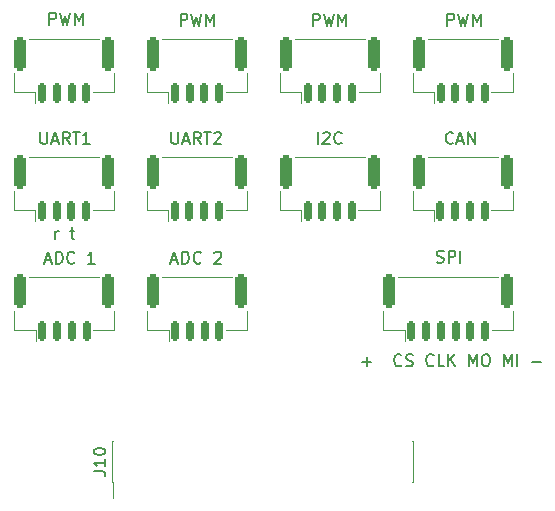
<source format=gbr>
%TF.GenerationSoftware,KiCad,Pcbnew,7.0.5*%
%TF.CreationDate,2023-06-16T02:28:43+08:00*%
%TF.ProjectId,io,696f2e6b-6963-4616-945f-706362585858,rev?*%
%TF.SameCoordinates,Original*%
%TF.FileFunction,Legend,Top*%
%TF.FilePolarity,Positive*%
%FSLAX46Y46*%
G04 Gerber Fmt 4.6, Leading zero omitted, Abs format (unit mm)*
G04 Created by KiCad (PCBNEW 7.0.5) date 2023-06-16 02:28:43*
%MOMM*%
%LPD*%
G01*
G04 APERTURE LIST*
G04 Aperture macros list*
%AMRoundRect*
0 Rectangle with rounded corners*
0 $1 Rounding radius*
0 $2 $3 $4 $5 $6 $7 $8 $9 X,Y pos of 4 corners*
0 Add a 4 corners polygon primitive as box body*
4,1,4,$2,$3,$4,$5,$6,$7,$8,$9,$2,$3,0*
0 Add four circle primitives for the rounded corners*
1,1,$1+$1,$2,$3*
1,1,$1+$1,$4,$5*
1,1,$1+$1,$6,$7*
1,1,$1+$1,$8,$9*
0 Add four rect primitives between the rounded corners*
20,1,$1+$1,$2,$3,$4,$5,0*
20,1,$1+$1,$4,$5,$6,$7,0*
20,1,$1+$1,$6,$7,$8,$9,0*
20,1,$1+$1,$8,$9,$2,$3,0*%
G04 Aperture macros list end*
%ADD10C,0.150000*%
%ADD11C,0.120000*%
%ADD12RoundRect,0.150000X-0.150000X-0.700000X0.150000X-0.700000X0.150000X0.700000X-0.150000X0.700000X0*%
%ADD13RoundRect,0.250000X-0.250000X-1.150000X0.250000X-1.150000X0.250000X1.150000X-0.250000X1.150000X0*%
%ADD14R,0.740000X2.400000*%
G04 APERTURE END LIST*
D10*
%TO.C,J9*%
X57317962Y-56167904D02*
X57794152Y-56167904D01*
X57222724Y-56453619D02*
X57556057Y-55453619D01*
X57556057Y-55453619D02*
X57889390Y-56453619D01*
X58222724Y-56453619D02*
X58222724Y-55453619D01*
X58222724Y-55453619D02*
X58460819Y-55453619D01*
X58460819Y-55453619D02*
X58603676Y-55501238D01*
X58603676Y-55501238D02*
X58698914Y-55596476D01*
X58698914Y-55596476D02*
X58746533Y-55691714D01*
X58746533Y-55691714D02*
X58794152Y-55882190D01*
X58794152Y-55882190D02*
X58794152Y-56025047D01*
X58794152Y-56025047D02*
X58746533Y-56215523D01*
X58746533Y-56215523D02*
X58698914Y-56310761D01*
X58698914Y-56310761D02*
X58603676Y-56406000D01*
X58603676Y-56406000D02*
X58460819Y-56453619D01*
X58460819Y-56453619D02*
X58222724Y-56453619D01*
X59794152Y-56358380D02*
X59746533Y-56406000D01*
X59746533Y-56406000D02*
X59603676Y-56453619D01*
X59603676Y-56453619D02*
X59508438Y-56453619D01*
X59508438Y-56453619D02*
X59365581Y-56406000D01*
X59365581Y-56406000D02*
X59270343Y-56310761D01*
X59270343Y-56310761D02*
X59222724Y-56215523D01*
X59222724Y-56215523D02*
X59175105Y-56025047D01*
X59175105Y-56025047D02*
X59175105Y-55882190D01*
X59175105Y-55882190D02*
X59222724Y-55691714D01*
X59222724Y-55691714D02*
X59270343Y-55596476D01*
X59270343Y-55596476D02*
X59365581Y-55501238D01*
X59365581Y-55501238D02*
X59508438Y-55453619D01*
X59508438Y-55453619D02*
X59603676Y-55453619D01*
X59603676Y-55453619D02*
X59746533Y-55501238D01*
X59746533Y-55501238D02*
X59794152Y-55548857D01*
X61508438Y-56453619D02*
X60937010Y-56453619D01*
X61222724Y-56453619D02*
X61222724Y-55453619D01*
X61222724Y-55453619D02*
X61127486Y-55596476D01*
X61127486Y-55596476D02*
X61032248Y-55691714D01*
X61032248Y-55691714D02*
X60937010Y-55739333D01*
%TO.C,J2*%
X57677638Y-36211419D02*
X57677638Y-35211419D01*
X57677638Y-35211419D02*
X58058590Y-35211419D01*
X58058590Y-35211419D02*
X58153828Y-35259038D01*
X58153828Y-35259038D02*
X58201447Y-35306657D01*
X58201447Y-35306657D02*
X58249066Y-35401895D01*
X58249066Y-35401895D02*
X58249066Y-35544752D01*
X58249066Y-35544752D02*
X58201447Y-35639990D01*
X58201447Y-35639990D02*
X58153828Y-35687609D01*
X58153828Y-35687609D02*
X58058590Y-35735228D01*
X58058590Y-35735228D02*
X57677638Y-35735228D01*
X58582400Y-35211419D02*
X58820495Y-36211419D01*
X58820495Y-36211419D02*
X59010971Y-35497133D01*
X59010971Y-35497133D02*
X59201447Y-36211419D01*
X59201447Y-36211419D02*
X59439543Y-35211419D01*
X59820495Y-36211419D02*
X59820495Y-35211419D01*
X59820495Y-35211419D02*
X60153828Y-35925704D01*
X60153828Y-35925704D02*
X60487161Y-35211419D01*
X60487161Y-35211419D02*
X60487161Y-36211419D01*
%TO.C,J12*%
X56909371Y-45319019D02*
X56909371Y-46128542D01*
X56909371Y-46128542D02*
X56956990Y-46223780D01*
X56956990Y-46223780D02*
X57004609Y-46271400D01*
X57004609Y-46271400D02*
X57099847Y-46319019D01*
X57099847Y-46319019D02*
X57290323Y-46319019D01*
X57290323Y-46319019D02*
X57385561Y-46271400D01*
X57385561Y-46271400D02*
X57433180Y-46223780D01*
X57433180Y-46223780D02*
X57480799Y-46128542D01*
X57480799Y-46128542D02*
X57480799Y-45319019D01*
X57909371Y-46033304D02*
X58385561Y-46033304D01*
X57814133Y-46319019D02*
X58147466Y-45319019D01*
X58147466Y-45319019D02*
X58480799Y-46319019D01*
X59385561Y-46319019D02*
X59052228Y-45842828D01*
X58814133Y-46319019D02*
X58814133Y-45319019D01*
X58814133Y-45319019D02*
X59195085Y-45319019D01*
X59195085Y-45319019D02*
X59290323Y-45366638D01*
X59290323Y-45366638D02*
X59337942Y-45414257D01*
X59337942Y-45414257D02*
X59385561Y-45509495D01*
X59385561Y-45509495D02*
X59385561Y-45652352D01*
X59385561Y-45652352D02*
X59337942Y-45747590D01*
X59337942Y-45747590D02*
X59290323Y-45795209D01*
X59290323Y-45795209D02*
X59195085Y-45842828D01*
X59195085Y-45842828D02*
X58814133Y-45842828D01*
X59671276Y-45319019D02*
X60242704Y-45319019D01*
X59956990Y-46319019D02*
X59956990Y-45319019D01*
X61099847Y-46319019D02*
X60528419Y-46319019D01*
X60814133Y-46319019D02*
X60814133Y-45319019D01*
X60814133Y-45319019D02*
X60718895Y-45461876D01*
X60718895Y-45461876D02*
X60623657Y-45557114D01*
X60623657Y-45557114D02*
X60528419Y-45604733D01*
X58167104Y-54370819D02*
X58167104Y-53704152D01*
X58167104Y-53894628D02*
X58214723Y-53799390D01*
X58214723Y-53799390D02*
X58262342Y-53751771D01*
X58262342Y-53751771D02*
X58357580Y-53704152D01*
X58357580Y-53704152D02*
X58452818Y-53704152D01*
X59405200Y-53704152D02*
X59786152Y-53704152D01*
X59548057Y-53370819D02*
X59548057Y-54227961D01*
X59548057Y-54227961D02*
X59595676Y-54323200D01*
X59595676Y-54323200D02*
X59690914Y-54370819D01*
X59690914Y-54370819D02*
X59786152Y-54370819D01*
%TO.C,J11*%
X68017962Y-56167904D02*
X68494152Y-56167904D01*
X67922724Y-56453619D02*
X68256057Y-55453619D01*
X68256057Y-55453619D02*
X68589390Y-56453619D01*
X68922724Y-56453619D02*
X68922724Y-55453619D01*
X68922724Y-55453619D02*
X69160819Y-55453619D01*
X69160819Y-55453619D02*
X69303676Y-55501238D01*
X69303676Y-55501238D02*
X69398914Y-55596476D01*
X69398914Y-55596476D02*
X69446533Y-55691714D01*
X69446533Y-55691714D02*
X69494152Y-55882190D01*
X69494152Y-55882190D02*
X69494152Y-56025047D01*
X69494152Y-56025047D02*
X69446533Y-56215523D01*
X69446533Y-56215523D02*
X69398914Y-56310761D01*
X69398914Y-56310761D02*
X69303676Y-56406000D01*
X69303676Y-56406000D02*
X69160819Y-56453619D01*
X69160819Y-56453619D02*
X68922724Y-56453619D01*
X70494152Y-56358380D02*
X70446533Y-56406000D01*
X70446533Y-56406000D02*
X70303676Y-56453619D01*
X70303676Y-56453619D02*
X70208438Y-56453619D01*
X70208438Y-56453619D02*
X70065581Y-56406000D01*
X70065581Y-56406000D02*
X69970343Y-56310761D01*
X69970343Y-56310761D02*
X69922724Y-56215523D01*
X69922724Y-56215523D02*
X69875105Y-56025047D01*
X69875105Y-56025047D02*
X69875105Y-55882190D01*
X69875105Y-55882190D02*
X69922724Y-55691714D01*
X69922724Y-55691714D02*
X69970343Y-55596476D01*
X69970343Y-55596476D02*
X70065581Y-55501238D01*
X70065581Y-55501238D02*
X70208438Y-55453619D01*
X70208438Y-55453619D02*
X70303676Y-55453619D01*
X70303676Y-55453619D02*
X70446533Y-55501238D01*
X70446533Y-55501238D02*
X70494152Y-55548857D01*
X71637010Y-55548857D02*
X71684629Y-55501238D01*
X71684629Y-55501238D02*
X71779867Y-55453619D01*
X71779867Y-55453619D02*
X72017962Y-55453619D01*
X72017962Y-55453619D02*
X72113200Y-55501238D01*
X72113200Y-55501238D02*
X72160819Y-55548857D01*
X72160819Y-55548857D02*
X72208438Y-55644095D01*
X72208438Y-55644095D02*
X72208438Y-55739333D01*
X72208438Y-55739333D02*
X72160819Y-55882190D01*
X72160819Y-55882190D02*
X71589391Y-56453619D01*
X71589391Y-56453619D02*
X72208438Y-56453619D01*
%TO.C,J10*%
X61414819Y-74029523D02*
X62129104Y-74029523D01*
X62129104Y-74029523D02*
X62271961Y-74077142D01*
X62271961Y-74077142D02*
X62367200Y-74172380D01*
X62367200Y-74172380D02*
X62414819Y-74315237D01*
X62414819Y-74315237D02*
X62414819Y-74410475D01*
X62414819Y-73029523D02*
X62414819Y-73600951D01*
X62414819Y-73315237D02*
X61414819Y-73315237D01*
X61414819Y-73315237D02*
X61557676Y-73410475D01*
X61557676Y-73410475D02*
X61652914Y-73505713D01*
X61652914Y-73505713D02*
X61700533Y-73600951D01*
X61414819Y-72410475D02*
X61414819Y-72315237D01*
X61414819Y-72315237D02*
X61462438Y-72219999D01*
X61462438Y-72219999D02*
X61510057Y-72172380D01*
X61510057Y-72172380D02*
X61605295Y-72124761D01*
X61605295Y-72124761D02*
X61795771Y-72077142D01*
X61795771Y-72077142D02*
X62033866Y-72077142D01*
X62033866Y-72077142D02*
X62224342Y-72124761D01*
X62224342Y-72124761D02*
X62319580Y-72172380D01*
X62319580Y-72172380D02*
X62367200Y-72219999D01*
X62367200Y-72219999D02*
X62414819Y-72315237D01*
X62414819Y-72315237D02*
X62414819Y-72410475D01*
X62414819Y-72410475D02*
X62367200Y-72505713D01*
X62367200Y-72505713D02*
X62319580Y-72553332D01*
X62319580Y-72553332D02*
X62224342Y-72600951D01*
X62224342Y-72600951D02*
X62033866Y-72648570D01*
X62033866Y-72648570D02*
X61795771Y-72648570D01*
X61795771Y-72648570D02*
X61605295Y-72600951D01*
X61605295Y-72600951D02*
X61510057Y-72553332D01*
X61510057Y-72553332D02*
X61462438Y-72505713D01*
X61462438Y-72505713D02*
X61414819Y-72410475D01*
%TO.C,J8*%
X91377638Y-36311419D02*
X91377638Y-35311419D01*
X91377638Y-35311419D02*
X91758590Y-35311419D01*
X91758590Y-35311419D02*
X91853828Y-35359038D01*
X91853828Y-35359038D02*
X91901447Y-35406657D01*
X91901447Y-35406657D02*
X91949066Y-35501895D01*
X91949066Y-35501895D02*
X91949066Y-35644752D01*
X91949066Y-35644752D02*
X91901447Y-35739990D01*
X91901447Y-35739990D02*
X91853828Y-35787609D01*
X91853828Y-35787609D02*
X91758590Y-35835228D01*
X91758590Y-35835228D02*
X91377638Y-35835228D01*
X92282400Y-35311419D02*
X92520495Y-36311419D01*
X92520495Y-36311419D02*
X92710971Y-35597133D01*
X92710971Y-35597133D02*
X92901447Y-36311419D01*
X92901447Y-36311419D02*
X93139543Y-35311419D01*
X93520495Y-36311419D02*
X93520495Y-35311419D01*
X93520495Y-35311419D02*
X93853828Y-36025704D01*
X93853828Y-36025704D02*
X94187161Y-35311419D01*
X94187161Y-35311419D02*
X94187161Y-36311419D01*
%TO.C,J7*%
X80005970Y-36311419D02*
X80005970Y-35311419D01*
X80005970Y-35311419D02*
X80386922Y-35311419D01*
X80386922Y-35311419D02*
X80482160Y-35359038D01*
X80482160Y-35359038D02*
X80529779Y-35406657D01*
X80529779Y-35406657D02*
X80577398Y-35501895D01*
X80577398Y-35501895D02*
X80577398Y-35644752D01*
X80577398Y-35644752D02*
X80529779Y-35739990D01*
X80529779Y-35739990D02*
X80482160Y-35787609D01*
X80482160Y-35787609D02*
X80386922Y-35835228D01*
X80386922Y-35835228D02*
X80005970Y-35835228D01*
X80910732Y-35311419D02*
X81148827Y-36311419D01*
X81148827Y-36311419D02*
X81339303Y-35597133D01*
X81339303Y-35597133D02*
X81529779Y-36311419D01*
X81529779Y-36311419D02*
X81767875Y-35311419D01*
X82148827Y-36311419D02*
X82148827Y-35311419D01*
X82148827Y-35311419D02*
X82482160Y-36025704D01*
X82482160Y-36025704D02*
X82815493Y-35311419D01*
X82815493Y-35311419D02*
X82815493Y-36311419D01*
%TO.C,J6*%
X91837942Y-46223780D02*
X91790323Y-46271400D01*
X91790323Y-46271400D02*
X91647466Y-46319019D01*
X91647466Y-46319019D02*
X91552228Y-46319019D01*
X91552228Y-46319019D02*
X91409371Y-46271400D01*
X91409371Y-46271400D02*
X91314133Y-46176161D01*
X91314133Y-46176161D02*
X91266514Y-46080923D01*
X91266514Y-46080923D02*
X91218895Y-45890447D01*
X91218895Y-45890447D02*
X91218895Y-45747590D01*
X91218895Y-45747590D02*
X91266514Y-45557114D01*
X91266514Y-45557114D02*
X91314133Y-45461876D01*
X91314133Y-45461876D02*
X91409371Y-45366638D01*
X91409371Y-45366638D02*
X91552228Y-45319019D01*
X91552228Y-45319019D02*
X91647466Y-45319019D01*
X91647466Y-45319019D02*
X91790323Y-45366638D01*
X91790323Y-45366638D02*
X91837942Y-45414257D01*
X92218895Y-46033304D02*
X92695085Y-46033304D01*
X92123657Y-46319019D02*
X92456990Y-45319019D01*
X92456990Y-45319019D02*
X92790323Y-46319019D01*
X93123657Y-46319019D02*
X93123657Y-45319019D01*
X93123657Y-45319019D02*
X93695085Y-46319019D01*
X93695085Y-46319019D02*
X93695085Y-45319019D01*
%TO.C,J5*%
X68777638Y-36311419D02*
X68777638Y-35311419D01*
X68777638Y-35311419D02*
X69158590Y-35311419D01*
X69158590Y-35311419D02*
X69253828Y-35359038D01*
X69253828Y-35359038D02*
X69301447Y-35406657D01*
X69301447Y-35406657D02*
X69349066Y-35501895D01*
X69349066Y-35501895D02*
X69349066Y-35644752D01*
X69349066Y-35644752D02*
X69301447Y-35739990D01*
X69301447Y-35739990D02*
X69253828Y-35787609D01*
X69253828Y-35787609D02*
X69158590Y-35835228D01*
X69158590Y-35835228D02*
X68777638Y-35835228D01*
X69682400Y-35311419D02*
X69920495Y-36311419D01*
X69920495Y-36311419D02*
X70110971Y-35597133D01*
X70110971Y-35597133D02*
X70301447Y-36311419D01*
X70301447Y-36311419D02*
X70539543Y-35311419D01*
X70920495Y-36311419D02*
X70920495Y-35311419D01*
X70920495Y-35311419D02*
X71253828Y-36025704D01*
X71253828Y-36025704D02*
X71587161Y-35311419D01*
X71587161Y-35311419D02*
X71587161Y-36311419D01*
%TO.C,J4*%
X80404610Y-46319019D02*
X80404610Y-45319019D01*
X80833181Y-45414257D02*
X80880800Y-45366638D01*
X80880800Y-45366638D02*
X80976038Y-45319019D01*
X80976038Y-45319019D02*
X81214133Y-45319019D01*
X81214133Y-45319019D02*
X81309371Y-45366638D01*
X81309371Y-45366638D02*
X81356990Y-45414257D01*
X81356990Y-45414257D02*
X81404609Y-45509495D01*
X81404609Y-45509495D02*
X81404609Y-45604733D01*
X81404609Y-45604733D02*
X81356990Y-45747590D01*
X81356990Y-45747590D02*
X80785562Y-46319019D01*
X80785562Y-46319019D02*
X81404609Y-46319019D01*
X82404609Y-46223780D02*
X82356990Y-46271400D01*
X82356990Y-46271400D02*
X82214133Y-46319019D01*
X82214133Y-46319019D02*
X82118895Y-46319019D01*
X82118895Y-46319019D02*
X81976038Y-46271400D01*
X81976038Y-46271400D02*
X81880800Y-46176161D01*
X81880800Y-46176161D02*
X81833181Y-46080923D01*
X81833181Y-46080923D02*
X81785562Y-45890447D01*
X81785562Y-45890447D02*
X81785562Y-45747590D01*
X81785562Y-45747590D02*
X81833181Y-45557114D01*
X81833181Y-45557114D02*
X81880800Y-45461876D01*
X81880800Y-45461876D02*
X81976038Y-45366638D01*
X81976038Y-45366638D02*
X82118895Y-45319019D01*
X82118895Y-45319019D02*
X82214133Y-45319019D01*
X82214133Y-45319019D02*
X82356990Y-45366638D01*
X82356990Y-45366638D02*
X82404609Y-45414257D01*
%TO.C,J3*%
X68009371Y-45319019D02*
X68009371Y-46128542D01*
X68009371Y-46128542D02*
X68056990Y-46223780D01*
X68056990Y-46223780D02*
X68104609Y-46271400D01*
X68104609Y-46271400D02*
X68199847Y-46319019D01*
X68199847Y-46319019D02*
X68390323Y-46319019D01*
X68390323Y-46319019D02*
X68485561Y-46271400D01*
X68485561Y-46271400D02*
X68533180Y-46223780D01*
X68533180Y-46223780D02*
X68580799Y-46128542D01*
X68580799Y-46128542D02*
X68580799Y-45319019D01*
X69009371Y-46033304D02*
X69485561Y-46033304D01*
X68914133Y-46319019D02*
X69247466Y-45319019D01*
X69247466Y-45319019D02*
X69580799Y-46319019D01*
X70485561Y-46319019D02*
X70152228Y-45842828D01*
X69914133Y-46319019D02*
X69914133Y-45319019D01*
X69914133Y-45319019D02*
X70295085Y-45319019D01*
X70295085Y-45319019D02*
X70390323Y-45366638D01*
X70390323Y-45366638D02*
X70437942Y-45414257D01*
X70437942Y-45414257D02*
X70485561Y-45509495D01*
X70485561Y-45509495D02*
X70485561Y-45652352D01*
X70485561Y-45652352D02*
X70437942Y-45747590D01*
X70437942Y-45747590D02*
X70390323Y-45795209D01*
X70390323Y-45795209D02*
X70295085Y-45842828D01*
X70295085Y-45842828D02*
X69914133Y-45842828D01*
X70771276Y-45319019D02*
X71342704Y-45319019D01*
X71056990Y-46319019D02*
X71056990Y-45319019D01*
X71628419Y-45414257D02*
X71676038Y-45366638D01*
X71676038Y-45366638D02*
X71771276Y-45319019D01*
X71771276Y-45319019D02*
X72009371Y-45319019D01*
X72009371Y-45319019D02*
X72104609Y-45366638D01*
X72104609Y-45366638D02*
X72152228Y-45414257D01*
X72152228Y-45414257D02*
X72199847Y-45509495D01*
X72199847Y-45509495D02*
X72199847Y-45604733D01*
X72199847Y-45604733D02*
X72152228Y-45747590D01*
X72152228Y-45747590D02*
X71580800Y-46319019D01*
X71580800Y-46319019D02*
X72199847Y-46319019D01*
%TO.C,J1*%
X90469591Y-56329800D02*
X90612448Y-56377419D01*
X90612448Y-56377419D02*
X90850543Y-56377419D01*
X90850543Y-56377419D02*
X90945781Y-56329800D01*
X90945781Y-56329800D02*
X90993400Y-56282180D01*
X90993400Y-56282180D02*
X91041019Y-56186942D01*
X91041019Y-56186942D02*
X91041019Y-56091704D01*
X91041019Y-56091704D02*
X90993400Y-55996466D01*
X90993400Y-55996466D02*
X90945781Y-55948847D01*
X90945781Y-55948847D02*
X90850543Y-55901228D01*
X90850543Y-55901228D02*
X90660067Y-55853609D01*
X90660067Y-55853609D02*
X90564829Y-55805990D01*
X90564829Y-55805990D02*
X90517210Y-55758371D01*
X90517210Y-55758371D02*
X90469591Y-55663133D01*
X90469591Y-55663133D02*
X90469591Y-55567895D01*
X90469591Y-55567895D02*
X90517210Y-55472657D01*
X90517210Y-55472657D02*
X90564829Y-55425038D01*
X90564829Y-55425038D02*
X90660067Y-55377419D01*
X90660067Y-55377419D02*
X90898162Y-55377419D01*
X90898162Y-55377419D02*
X91041019Y-55425038D01*
X91469591Y-56377419D02*
X91469591Y-55377419D01*
X91469591Y-55377419D02*
X91850543Y-55377419D01*
X91850543Y-55377419D02*
X91945781Y-55425038D01*
X91945781Y-55425038D02*
X91993400Y-55472657D01*
X91993400Y-55472657D02*
X92041019Y-55567895D01*
X92041019Y-55567895D02*
X92041019Y-55710752D01*
X92041019Y-55710752D02*
X91993400Y-55805990D01*
X91993400Y-55805990D02*
X91945781Y-55853609D01*
X91945781Y-55853609D02*
X91850543Y-55901228D01*
X91850543Y-55901228D02*
X91469591Y-55901228D01*
X92469591Y-56377419D02*
X92469591Y-55377419D01*
X84150571Y-64759466D02*
X84912476Y-64759466D01*
X84531523Y-65140419D02*
X84531523Y-64378514D01*
X87483904Y-65045180D02*
X87436285Y-65092800D01*
X87436285Y-65092800D02*
X87293428Y-65140419D01*
X87293428Y-65140419D02*
X87198190Y-65140419D01*
X87198190Y-65140419D02*
X87055333Y-65092800D01*
X87055333Y-65092800D02*
X86960095Y-64997561D01*
X86960095Y-64997561D02*
X86912476Y-64902323D01*
X86912476Y-64902323D02*
X86864857Y-64711847D01*
X86864857Y-64711847D02*
X86864857Y-64568990D01*
X86864857Y-64568990D02*
X86912476Y-64378514D01*
X86912476Y-64378514D02*
X86960095Y-64283276D01*
X86960095Y-64283276D02*
X87055333Y-64188038D01*
X87055333Y-64188038D02*
X87198190Y-64140419D01*
X87198190Y-64140419D02*
X87293428Y-64140419D01*
X87293428Y-64140419D02*
X87436285Y-64188038D01*
X87436285Y-64188038D02*
X87483904Y-64235657D01*
X87864857Y-65092800D02*
X88007714Y-65140419D01*
X88007714Y-65140419D02*
X88245809Y-65140419D01*
X88245809Y-65140419D02*
X88341047Y-65092800D01*
X88341047Y-65092800D02*
X88388666Y-65045180D01*
X88388666Y-65045180D02*
X88436285Y-64949942D01*
X88436285Y-64949942D02*
X88436285Y-64854704D01*
X88436285Y-64854704D02*
X88388666Y-64759466D01*
X88388666Y-64759466D02*
X88341047Y-64711847D01*
X88341047Y-64711847D02*
X88245809Y-64664228D01*
X88245809Y-64664228D02*
X88055333Y-64616609D01*
X88055333Y-64616609D02*
X87960095Y-64568990D01*
X87960095Y-64568990D02*
X87912476Y-64521371D01*
X87912476Y-64521371D02*
X87864857Y-64426133D01*
X87864857Y-64426133D02*
X87864857Y-64330895D01*
X87864857Y-64330895D02*
X87912476Y-64235657D01*
X87912476Y-64235657D02*
X87960095Y-64188038D01*
X87960095Y-64188038D02*
X88055333Y-64140419D01*
X88055333Y-64140419D02*
X88293428Y-64140419D01*
X88293428Y-64140419D02*
X88436285Y-64188038D01*
X90198190Y-65045180D02*
X90150571Y-65092800D01*
X90150571Y-65092800D02*
X90007714Y-65140419D01*
X90007714Y-65140419D02*
X89912476Y-65140419D01*
X89912476Y-65140419D02*
X89769619Y-65092800D01*
X89769619Y-65092800D02*
X89674381Y-64997561D01*
X89674381Y-64997561D02*
X89626762Y-64902323D01*
X89626762Y-64902323D02*
X89579143Y-64711847D01*
X89579143Y-64711847D02*
X89579143Y-64568990D01*
X89579143Y-64568990D02*
X89626762Y-64378514D01*
X89626762Y-64378514D02*
X89674381Y-64283276D01*
X89674381Y-64283276D02*
X89769619Y-64188038D01*
X89769619Y-64188038D02*
X89912476Y-64140419D01*
X89912476Y-64140419D02*
X90007714Y-64140419D01*
X90007714Y-64140419D02*
X90150571Y-64188038D01*
X90150571Y-64188038D02*
X90198190Y-64235657D01*
X91102952Y-65140419D02*
X90626762Y-65140419D01*
X90626762Y-65140419D02*
X90626762Y-64140419D01*
X91436286Y-65140419D02*
X91436286Y-64140419D01*
X92007714Y-65140419D02*
X91579143Y-64568990D01*
X92007714Y-64140419D02*
X91436286Y-64711847D01*
X93198191Y-65140419D02*
X93198191Y-64140419D01*
X93198191Y-64140419D02*
X93531524Y-64854704D01*
X93531524Y-64854704D02*
X93864857Y-64140419D01*
X93864857Y-64140419D02*
X93864857Y-65140419D01*
X94531524Y-64140419D02*
X94722000Y-64140419D01*
X94722000Y-64140419D02*
X94817238Y-64188038D01*
X94817238Y-64188038D02*
X94912476Y-64283276D01*
X94912476Y-64283276D02*
X94960095Y-64473752D01*
X94960095Y-64473752D02*
X94960095Y-64807085D01*
X94960095Y-64807085D02*
X94912476Y-64997561D01*
X94912476Y-64997561D02*
X94817238Y-65092800D01*
X94817238Y-65092800D02*
X94722000Y-65140419D01*
X94722000Y-65140419D02*
X94531524Y-65140419D01*
X94531524Y-65140419D02*
X94436286Y-65092800D01*
X94436286Y-65092800D02*
X94341048Y-64997561D01*
X94341048Y-64997561D02*
X94293429Y-64807085D01*
X94293429Y-64807085D02*
X94293429Y-64473752D01*
X94293429Y-64473752D02*
X94341048Y-64283276D01*
X94341048Y-64283276D02*
X94436286Y-64188038D01*
X94436286Y-64188038D02*
X94531524Y-64140419D01*
X96150572Y-65140419D02*
X96150572Y-64140419D01*
X96150572Y-64140419D02*
X96483905Y-64854704D01*
X96483905Y-64854704D02*
X96817238Y-64140419D01*
X96817238Y-64140419D02*
X96817238Y-65140419D01*
X97293429Y-65140419D02*
X97293429Y-64140419D01*
X98531524Y-64759466D02*
X99293429Y-64759466D01*
D11*
%TO.C,J9*%
X54712600Y-62075200D02*
X56512600Y-62075200D01*
X54712600Y-60475200D02*
X54712600Y-62075200D01*
X63182600Y-60475200D02*
X63182600Y-62075200D01*
X63182600Y-62075200D02*
X61382600Y-62075200D01*
X55982600Y-57605200D02*
X61912600Y-57605200D01*
X56512600Y-62075200D02*
X56512600Y-63015200D01*
%TO.C,J2*%
X56486800Y-41933000D02*
X56486800Y-42873000D01*
X55956800Y-37463000D02*
X61886800Y-37463000D01*
X63156800Y-41933000D02*
X61356800Y-41933000D01*
X63156800Y-40333000D02*
X63156800Y-41933000D01*
X54686800Y-40333000D02*
X54686800Y-41933000D01*
X54686800Y-41933000D02*
X56486800Y-41933000D01*
%TO.C,J12*%
X56470200Y-51940600D02*
X56470200Y-52880600D01*
X55940200Y-47470600D02*
X61870200Y-47470600D01*
X63140200Y-51940600D02*
X61340200Y-51940600D01*
X63140200Y-50340600D02*
X63140200Y-51940600D01*
X54670200Y-50340600D02*
X54670200Y-51940600D01*
X54670200Y-51940600D02*
X56470200Y-51940600D01*
%TO.C,J11*%
X67759266Y-62075200D02*
X67759266Y-63015200D01*
X67229266Y-57605200D02*
X73159266Y-57605200D01*
X74429266Y-62075200D02*
X72629266Y-62075200D01*
X74429266Y-60475200D02*
X74429266Y-62075200D01*
X65959266Y-60475200D02*
X65959266Y-62075200D01*
X65959266Y-62075200D02*
X67759266Y-62075200D01*
%TO.C,J10*%
X62960000Y-74985000D02*
X62960000Y-71455000D01*
X62960000Y-71455000D02*
X63025000Y-71455000D01*
X62960000Y-74985000D02*
X63025000Y-74985000D01*
X88415000Y-74985000D02*
X88480000Y-74985000D01*
X88480000Y-74985000D02*
X88480000Y-71455000D01*
X88415000Y-71455000D02*
X88480000Y-71455000D01*
X63025000Y-76310000D02*
X63025000Y-74985000D01*
%TO.C,J8*%
X90226800Y-41933000D02*
X90226800Y-42873000D01*
X89696800Y-37463000D02*
X95626800Y-37463000D01*
X96896800Y-41933000D02*
X95096800Y-41933000D01*
X96896800Y-40333000D02*
X96896800Y-41933000D01*
X88426800Y-40333000D02*
X88426800Y-41933000D01*
X88426800Y-41933000D02*
X90226800Y-41933000D01*
%TO.C,J7*%
X77180132Y-41933000D02*
X78980132Y-41933000D01*
X77180132Y-40333000D02*
X77180132Y-41933000D01*
X85650132Y-40333000D02*
X85650132Y-41933000D01*
X85650132Y-41933000D02*
X83850132Y-41933000D01*
X78450132Y-37463000D02*
X84380132Y-37463000D01*
X78980132Y-41933000D02*
X78980132Y-42873000D01*
%TO.C,J6*%
X90225200Y-51940600D02*
X90225200Y-52880600D01*
X89695200Y-47470600D02*
X95625200Y-47470600D01*
X96895200Y-51940600D02*
X95095200Y-51940600D01*
X96895200Y-50340600D02*
X96895200Y-51940600D01*
X88425200Y-50340600D02*
X88425200Y-51940600D01*
X88425200Y-51940600D02*
X90225200Y-51940600D01*
%TO.C,J5*%
X65933466Y-41933000D02*
X67733466Y-41933000D01*
X65933466Y-40333000D02*
X65933466Y-41933000D01*
X74403466Y-40333000D02*
X74403466Y-41933000D01*
X74403466Y-41933000D02*
X72603466Y-41933000D01*
X67203466Y-37463000D02*
X73133466Y-37463000D01*
X67733466Y-41933000D02*
X67733466Y-42873000D01*
%TO.C,J4*%
X77173532Y-51940600D02*
X78973532Y-51940600D01*
X77173532Y-50340600D02*
X77173532Y-51940600D01*
X85643532Y-50340600D02*
X85643532Y-51940600D01*
X85643532Y-51940600D02*
X83843532Y-51940600D01*
X78443532Y-47470600D02*
X84373532Y-47470600D01*
X78973532Y-51940600D02*
X78973532Y-52880600D01*
%TO.C,J3*%
X67721866Y-51940600D02*
X67721866Y-52880600D01*
X67191866Y-47470600D02*
X73121866Y-47470600D01*
X74391866Y-51940600D02*
X72591866Y-51940600D01*
X74391866Y-50340600D02*
X74391866Y-51940600D01*
X65921866Y-50340600D02*
X65921866Y-51940600D01*
X65921866Y-51940600D02*
X67721866Y-51940600D01*
%TO.C,J1*%
X85957600Y-62075200D02*
X87757600Y-62075200D01*
X96927600Y-62075200D02*
X95127600Y-62075200D01*
X85957600Y-60475200D02*
X85957600Y-62075200D01*
X87227600Y-57605200D02*
X95657600Y-57605200D01*
X96927600Y-60475200D02*
X96927600Y-62075200D01*
X87757600Y-62075200D02*
X87757600Y-63015200D01*
%TD*%
%LPC*%
D12*
%TO.C,J9*%
X57072600Y-62165200D03*
X58322600Y-62165200D03*
X59572600Y-62165200D03*
X60822600Y-62165200D03*
D13*
X55222600Y-58815200D03*
X62672600Y-58815200D03*
%TD*%
%TO.C,J2*%
X62646800Y-38673000D03*
X55196800Y-38673000D03*
D12*
X60796800Y-42023000D03*
X59546800Y-42023000D03*
X58296800Y-42023000D03*
X57046800Y-42023000D03*
%TD*%
D13*
%TO.C,J12*%
X62630200Y-48680600D03*
X55180200Y-48680600D03*
D12*
X60780200Y-52030600D03*
X59530200Y-52030600D03*
X58280200Y-52030600D03*
X57030200Y-52030600D03*
%TD*%
D13*
%TO.C,J11*%
X73919266Y-58815200D03*
X66469266Y-58815200D03*
D12*
X72069266Y-62165200D03*
X70819266Y-62165200D03*
X69569266Y-62165200D03*
X68319266Y-62165200D03*
%TD*%
D14*
%TO.C,J10*%
X63655000Y-75170000D03*
X63655000Y-71270000D03*
X64925000Y-75170000D03*
X64925000Y-71270000D03*
X66195000Y-75170000D03*
X66195000Y-71270000D03*
X67465000Y-75170000D03*
X67465000Y-71270000D03*
X68735000Y-75170000D03*
X68735000Y-71270000D03*
X70005000Y-75170000D03*
X70005000Y-71270000D03*
X71275000Y-75170000D03*
X71275000Y-71270000D03*
X72545000Y-75170000D03*
X72545000Y-71270000D03*
X73815000Y-75170000D03*
X73815000Y-71270000D03*
X75085000Y-75170000D03*
X75085000Y-71270000D03*
X76355000Y-75170000D03*
X76355000Y-71270000D03*
X77625000Y-75170000D03*
X77625000Y-71270000D03*
X78895000Y-75170000D03*
X78895000Y-71270000D03*
X80165000Y-75170000D03*
X80165000Y-71270000D03*
X81435000Y-75170000D03*
X81435000Y-71270000D03*
X82705000Y-75170000D03*
X82705000Y-71270000D03*
X83975000Y-75170000D03*
X83975000Y-71270000D03*
X85245000Y-75170000D03*
X85245000Y-71270000D03*
X86515000Y-75170000D03*
X86515000Y-71270000D03*
X87785000Y-75170000D03*
X87785000Y-71270000D03*
%TD*%
D13*
%TO.C,J8*%
X96386800Y-38673000D03*
X88936800Y-38673000D03*
D12*
X94536800Y-42023000D03*
X93286800Y-42023000D03*
X92036800Y-42023000D03*
X90786800Y-42023000D03*
%TD*%
%TO.C,J7*%
X79540132Y-42023000D03*
X80790132Y-42023000D03*
X82040132Y-42023000D03*
X83290132Y-42023000D03*
D13*
X77690132Y-38673000D03*
X85140132Y-38673000D03*
%TD*%
%TO.C,J6*%
X96385200Y-48680600D03*
X88935200Y-48680600D03*
D12*
X94535200Y-52030600D03*
X93285200Y-52030600D03*
X92035200Y-52030600D03*
X90785200Y-52030600D03*
%TD*%
%TO.C,J5*%
X68293466Y-42023000D03*
X69543466Y-42023000D03*
X70793466Y-42023000D03*
X72043466Y-42023000D03*
D13*
X66443466Y-38673000D03*
X73893466Y-38673000D03*
%TD*%
D12*
%TO.C,J4*%
X79533532Y-52030600D03*
X80783532Y-52030600D03*
X82033532Y-52030600D03*
X83283532Y-52030600D03*
D13*
X77683532Y-48680600D03*
X85133532Y-48680600D03*
%TD*%
%TO.C,J3*%
X73881866Y-48680600D03*
X66431866Y-48680600D03*
D12*
X72031866Y-52030600D03*
X70781866Y-52030600D03*
X69531866Y-52030600D03*
X68281866Y-52030600D03*
%TD*%
%TO.C,J1*%
X88317600Y-62165200D03*
X89567600Y-62165200D03*
X90817600Y-62165200D03*
X92067600Y-62165200D03*
X93317600Y-62165200D03*
X94567600Y-62165200D03*
D13*
X96417600Y-58815200D03*
X86467600Y-58815200D03*
%TD*%
%LPD*%
M02*

</source>
